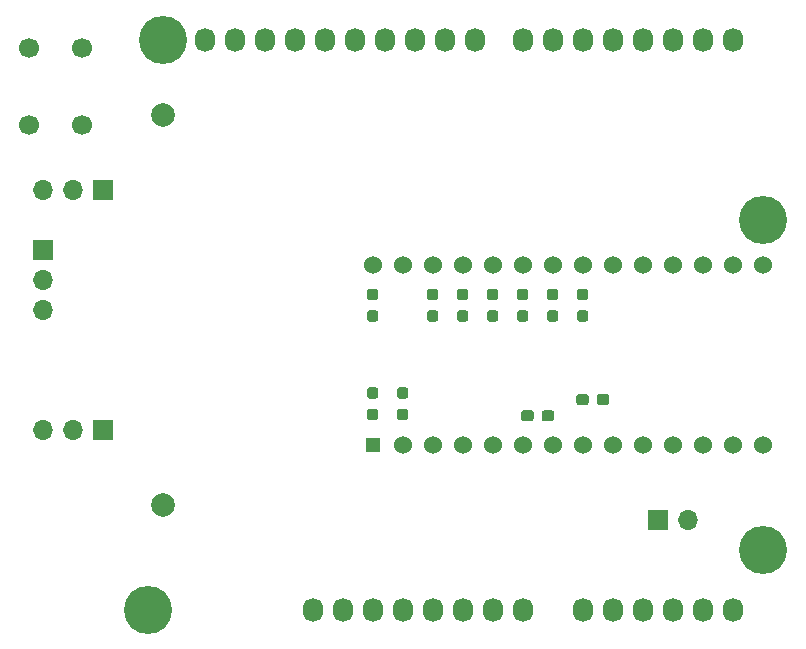
<source format=gbs>
G04 #@! TF.GenerationSoftware,KiCad,Pcbnew,5.1.12-84ad8e8a86~92~ubuntu20.04.1*
G04 #@! TF.CreationDate,2022-02-09T05:50:52+09:00*
G04 #@! TF.ProjectId,Akashi-09,416b6173-6869-42d3-9039-2e6b69636164,rev?*
G04 #@! TF.SameCoordinates,Original*
G04 #@! TF.FileFunction,Soldermask,Bot*
G04 #@! TF.FilePolarity,Negative*
%FSLAX46Y46*%
G04 Gerber Fmt 4.6, Leading zero omitted, Abs format (unit mm)*
G04 Created by KiCad (PCBNEW 5.1.12-84ad8e8a86~92~ubuntu20.04.1) date 2022-02-09 05:50:52*
%MOMM*%
%LPD*%
G01*
G04 APERTURE LIST*
%ADD10C,2.000000*%
%ADD11O,1.700000X1.700000*%
%ADD12R,1.700000X1.700000*%
%ADD13C,1.524000*%
%ADD14R,1.270000X1.270000*%
%ADD15C,1.700000*%
%ADD16O,1.727200X2.032000*%
%ADD17C,4.064000*%
G04 APERTURE END LIST*
D10*
G04 #@! TO.C,TP2*
X126238000Y-114935000D03*
G04 #@! TD*
G04 #@! TO.C,TP1*
X126238000Y-81915000D03*
G04 #@! TD*
D11*
G04 #@! TO.C,J2*
X116078000Y-98425000D03*
X116078000Y-95885000D03*
D12*
X116078000Y-93345000D03*
G04 #@! TD*
D13*
G04 #@! TO.C,J1*
X144018000Y-94615000D03*
X146558000Y-94615000D03*
X149098000Y-94615000D03*
X151638000Y-94615000D03*
X154178000Y-94615000D03*
X156718000Y-94615000D03*
X159258000Y-94615000D03*
X161798000Y-94615000D03*
X164338000Y-94615000D03*
X166878000Y-94615000D03*
X169418000Y-94615000D03*
X171958000Y-94615000D03*
X174498000Y-94615000D03*
X177038000Y-94615000D03*
X177038000Y-109855000D03*
X174498000Y-109855000D03*
X171958000Y-109855000D03*
X169418000Y-109855000D03*
X166878000Y-109855000D03*
X164338000Y-109855000D03*
X161798000Y-109855000D03*
X159258000Y-109855000D03*
X156718000Y-109855000D03*
X154178000Y-109855000D03*
X151638000Y-109855000D03*
X149098000Y-109855000D03*
X146558000Y-109855000D03*
D14*
X144018000Y-109855000D03*
G04 #@! TD*
D11*
G04 #@! TO.C,JP3*
X170688000Y-116205000D03*
D12*
X168148000Y-116205000D03*
G04 #@! TD*
D15*
G04 #@! TO.C,SW1*
X119448000Y-76315000D03*
X119448000Y-82815000D03*
X114948000Y-76315000D03*
X114948000Y-82815000D03*
G04 #@! TD*
D11*
G04 #@! TO.C,JP2*
X116078000Y-88265000D03*
X118618000Y-88265000D03*
D12*
X121158000Y-88265000D03*
G04 #@! TD*
D11*
G04 #@! TO.C,JP1*
X116078000Y-108585000D03*
X118618000Y-108585000D03*
D12*
X121158000Y-108585000D03*
G04 #@! TD*
G04 #@! TO.C,C2*
G36*
G01*
X157670500Y-107187500D02*
X157670500Y-107662500D01*
G75*
G02*
X157433000Y-107900000I-237500J0D01*
G01*
X156833000Y-107900000D01*
G75*
G02*
X156595500Y-107662500I0J237500D01*
G01*
X156595500Y-107187500D01*
G75*
G02*
X156833000Y-106950000I237500J0D01*
G01*
X157433000Y-106950000D01*
G75*
G02*
X157670500Y-107187500I0J-237500D01*
G01*
G37*
G36*
G01*
X159395500Y-107187500D02*
X159395500Y-107662500D01*
G75*
G02*
X159158000Y-107900000I-237500J0D01*
G01*
X158558000Y-107900000D01*
G75*
G02*
X158320500Y-107662500I0J237500D01*
G01*
X158320500Y-107187500D01*
G75*
G02*
X158558000Y-106950000I237500J0D01*
G01*
X159158000Y-106950000D01*
G75*
G02*
X159395500Y-107187500I0J-237500D01*
G01*
G37*
G04 #@! TD*
G04 #@! TO.C,C1*
G36*
G01*
X162985500Y-106282500D02*
X162985500Y-105807500D01*
G75*
G02*
X163223000Y-105570000I237500J0D01*
G01*
X163823000Y-105570000D01*
G75*
G02*
X164060500Y-105807500I0J-237500D01*
G01*
X164060500Y-106282500D01*
G75*
G02*
X163823000Y-106520000I-237500J0D01*
G01*
X163223000Y-106520000D01*
G75*
G02*
X162985500Y-106282500I0J237500D01*
G01*
G37*
G36*
G01*
X161260500Y-106282500D02*
X161260500Y-105807500D01*
G75*
G02*
X161498000Y-105570000I237500J0D01*
G01*
X162098000Y-105570000D01*
G75*
G02*
X162335500Y-105807500I0J-237500D01*
G01*
X162335500Y-106282500D01*
G75*
G02*
X162098000Y-106520000I-237500J0D01*
G01*
X161498000Y-106520000D01*
G75*
G02*
X161260500Y-106282500I0J237500D01*
G01*
G37*
G04 #@! TD*
G04 #@! TO.C,R1*
G36*
G01*
X146795500Y-105977500D02*
X146320500Y-105977500D01*
G75*
G02*
X146083000Y-105740000I0J237500D01*
G01*
X146083000Y-105240000D01*
G75*
G02*
X146320500Y-105002500I237500J0D01*
G01*
X146795500Y-105002500D01*
G75*
G02*
X147033000Y-105240000I0J-237500D01*
G01*
X147033000Y-105740000D01*
G75*
G02*
X146795500Y-105977500I-237500J0D01*
G01*
G37*
G36*
G01*
X146795500Y-107802500D02*
X146320500Y-107802500D01*
G75*
G02*
X146083000Y-107565000I0J237500D01*
G01*
X146083000Y-107065000D01*
G75*
G02*
X146320500Y-106827500I237500J0D01*
G01*
X146795500Y-106827500D01*
G75*
G02*
X147033000Y-107065000I0J-237500D01*
G01*
X147033000Y-107565000D01*
G75*
G02*
X146795500Y-107802500I-237500J0D01*
G01*
G37*
G04 #@! TD*
G04 #@! TO.C,R2*
G36*
G01*
X144255500Y-105977500D02*
X143780500Y-105977500D01*
G75*
G02*
X143543000Y-105740000I0J237500D01*
G01*
X143543000Y-105240000D01*
G75*
G02*
X143780500Y-105002500I237500J0D01*
G01*
X144255500Y-105002500D01*
G75*
G02*
X144493000Y-105240000I0J-237500D01*
G01*
X144493000Y-105740000D01*
G75*
G02*
X144255500Y-105977500I-237500J0D01*
G01*
G37*
G36*
G01*
X144255500Y-107802500D02*
X143780500Y-107802500D01*
G75*
G02*
X143543000Y-107565000I0J237500D01*
G01*
X143543000Y-107065000D01*
G75*
G02*
X143780500Y-106827500I237500J0D01*
G01*
X144255500Y-106827500D01*
G75*
G02*
X144493000Y-107065000I0J-237500D01*
G01*
X144493000Y-107565000D01*
G75*
G02*
X144255500Y-107802500I-237500J0D01*
G01*
G37*
G04 #@! TD*
G04 #@! TO.C,R9*
G36*
G01*
X161560500Y-98492500D02*
X162035500Y-98492500D01*
G75*
G02*
X162273000Y-98730000I0J-237500D01*
G01*
X162273000Y-99230000D01*
G75*
G02*
X162035500Y-99467500I-237500J0D01*
G01*
X161560500Y-99467500D01*
G75*
G02*
X161323000Y-99230000I0J237500D01*
G01*
X161323000Y-98730000D01*
G75*
G02*
X161560500Y-98492500I237500J0D01*
G01*
G37*
G36*
G01*
X161560500Y-96667500D02*
X162035500Y-96667500D01*
G75*
G02*
X162273000Y-96905000I0J-237500D01*
G01*
X162273000Y-97405000D01*
G75*
G02*
X162035500Y-97642500I-237500J0D01*
G01*
X161560500Y-97642500D01*
G75*
G02*
X161323000Y-97405000I0J237500D01*
G01*
X161323000Y-96905000D01*
G75*
G02*
X161560500Y-96667500I237500J0D01*
G01*
G37*
G04 #@! TD*
G04 #@! TO.C,R8*
G36*
G01*
X159020500Y-98492500D02*
X159495500Y-98492500D01*
G75*
G02*
X159733000Y-98730000I0J-237500D01*
G01*
X159733000Y-99230000D01*
G75*
G02*
X159495500Y-99467500I-237500J0D01*
G01*
X159020500Y-99467500D01*
G75*
G02*
X158783000Y-99230000I0J237500D01*
G01*
X158783000Y-98730000D01*
G75*
G02*
X159020500Y-98492500I237500J0D01*
G01*
G37*
G36*
G01*
X159020500Y-96667500D02*
X159495500Y-96667500D01*
G75*
G02*
X159733000Y-96905000I0J-237500D01*
G01*
X159733000Y-97405000D01*
G75*
G02*
X159495500Y-97642500I-237500J0D01*
G01*
X159020500Y-97642500D01*
G75*
G02*
X158783000Y-97405000I0J237500D01*
G01*
X158783000Y-96905000D01*
G75*
G02*
X159020500Y-96667500I237500J0D01*
G01*
G37*
G04 #@! TD*
G04 #@! TO.C,R7*
G36*
G01*
X156480500Y-98492500D02*
X156955500Y-98492500D01*
G75*
G02*
X157193000Y-98730000I0J-237500D01*
G01*
X157193000Y-99230000D01*
G75*
G02*
X156955500Y-99467500I-237500J0D01*
G01*
X156480500Y-99467500D01*
G75*
G02*
X156243000Y-99230000I0J237500D01*
G01*
X156243000Y-98730000D01*
G75*
G02*
X156480500Y-98492500I237500J0D01*
G01*
G37*
G36*
G01*
X156480500Y-96667500D02*
X156955500Y-96667500D01*
G75*
G02*
X157193000Y-96905000I0J-237500D01*
G01*
X157193000Y-97405000D01*
G75*
G02*
X156955500Y-97642500I-237500J0D01*
G01*
X156480500Y-97642500D01*
G75*
G02*
X156243000Y-97405000I0J237500D01*
G01*
X156243000Y-96905000D01*
G75*
G02*
X156480500Y-96667500I237500J0D01*
G01*
G37*
G04 #@! TD*
G04 #@! TO.C,R6*
G36*
G01*
X153940500Y-98492500D02*
X154415500Y-98492500D01*
G75*
G02*
X154653000Y-98730000I0J-237500D01*
G01*
X154653000Y-99230000D01*
G75*
G02*
X154415500Y-99467500I-237500J0D01*
G01*
X153940500Y-99467500D01*
G75*
G02*
X153703000Y-99230000I0J237500D01*
G01*
X153703000Y-98730000D01*
G75*
G02*
X153940500Y-98492500I237500J0D01*
G01*
G37*
G36*
G01*
X153940500Y-96667500D02*
X154415500Y-96667500D01*
G75*
G02*
X154653000Y-96905000I0J-237500D01*
G01*
X154653000Y-97405000D01*
G75*
G02*
X154415500Y-97642500I-237500J0D01*
G01*
X153940500Y-97642500D01*
G75*
G02*
X153703000Y-97405000I0J237500D01*
G01*
X153703000Y-96905000D01*
G75*
G02*
X153940500Y-96667500I237500J0D01*
G01*
G37*
G04 #@! TD*
G04 #@! TO.C,R5*
G36*
G01*
X151400500Y-98492500D02*
X151875500Y-98492500D01*
G75*
G02*
X152113000Y-98730000I0J-237500D01*
G01*
X152113000Y-99230000D01*
G75*
G02*
X151875500Y-99467500I-237500J0D01*
G01*
X151400500Y-99467500D01*
G75*
G02*
X151163000Y-99230000I0J237500D01*
G01*
X151163000Y-98730000D01*
G75*
G02*
X151400500Y-98492500I237500J0D01*
G01*
G37*
G36*
G01*
X151400500Y-96667500D02*
X151875500Y-96667500D01*
G75*
G02*
X152113000Y-96905000I0J-237500D01*
G01*
X152113000Y-97405000D01*
G75*
G02*
X151875500Y-97642500I-237500J0D01*
G01*
X151400500Y-97642500D01*
G75*
G02*
X151163000Y-97405000I0J237500D01*
G01*
X151163000Y-96905000D01*
G75*
G02*
X151400500Y-96667500I237500J0D01*
G01*
G37*
G04 #@! TD*
G04 #@! TO.C,R4*
G36*
G01*
X148860500Y-98492500D02*
X149335500Y-98492500D01*
G75*
G02*
X149573000Y-98730000I0J-237500D01*
G01*
X149573000Y-99230000D01*
G75*
G02*
X149335500Y-99467500I-237500J0D01*
G01*
X148860500Y-99467500D01*
G75*
G02*
X148623000Y-99230000I0J237500D01*
G01*
X148623000Y-98730000D01*
G75*
G02*
X148860500Y-98492500I237500J0D01*
G01*
G37*
G36*
G01*
X148860500Y-96667500D02*
X149335500Y-96667500D01*
G75*
G02*
X149573000Y-96905000I0J-237500D01*
G01*
X149573000Y-97405000D01*
G75*
G02*
X149335500Y-97642500I-237500J0D01*
G01*
X148860500Y-97642500D01*
G75*
G02*
X148623000Y-97405000I0J237500D01*
G01*
X148623000Y-96905000D01*
G75*
G02*
X148860500Y-96667500I237500J0D01*
G01*
G37*
G04 #@! TD*
G04 #@! TO.C,R3*
G36*
G01*
X143780500Y-98492500D02*
X144255500Y-98492500D01*
G75*
G02*
X144493000Y-98730000I0J-237500D01*
G01*
X144493000Y-99230000D01*
G75*
G02*
X144255500Y-99467500I-237500J0D01*
G01*
X143780500Y-99467500D01*
G75*
G02*
X143543000Y-99230000I0J237500D01*
G01*
X143543000Y-98730000D01*
G75*
G02*
X143780500Y-98492500I237500J0D01*
G01*
G37*
G36*
G01*
X143780500Y-96667500D02*
X144255500Y-96667500D01*
G75*
G02*
X144493000Y-96905000I0J-237500D01*
G01*
X144493000Y-97405000D01*
G75*
G02*
X144255500Y-97642500I-237500J0D01*
G01*
X143780500Y-97642500D01*
G75*
G02*
X143543000Y-97405000I0J237500D01*
G01*
X143543000Y-96905000D01*
G75*
G02*
X143780500Y-96667500I237500J0D01*
G01*
G37*
G04 #@! TD*
D16*
G04 #@! TO.C,P1*
X138938000Y-123825000D03*
X141478000Y-123825000D03*
X144018000Y-123825000D03*
X146558000Y-123825000D03*
X149098000Y-123825000D03*
X151638000Y-123825000D03*
X154178000Y-123825000D03*
X156718000Y-123825000D03*
G04 #@! TD*
G04 #@! TO.C,P2*
X161798000Y-123825000D03*
X164338000Y-123825000D03*
X166878000Y-123825000D03*
X169418000Y-123825000D03*
X171958000Y-123825000D03*
X174498000Y-123825000D03*
G04 #@! TD*
G04 #@! TO.C,P3*
X129794000Y-75565000D03*
X132334000Y-75565000D03*
X134874000Y-75565000D03*
X137414000Y-75565000D03*
X139954000Y-75565000D03*
X142494000Y-75565000D03*
X145034000Y-75565000D03*
X147574000Y-75565000D03*
X150114000Y-75565000D03*
X152654000Y-75565000D03*
G04 #@! TD*
G04 #@! TO.C,P4*
X156718000Y-75565000D03*
X159258000Y-75565000D03*
X161798000Y-75565000D03*
X164338000Y-75565000D03*
X166878000Y-75565000D03*
X169418000Y-75565000D03*
X171958000Y-75565000D03*
X174498000Y-75565000D03*
G04 #@! TD*
D17*
G04 #@! TO.C,P5*
X124968000Y-123825000D03*
G04 #@! TD*
G04 #@! TO.C,P6*
X177038000Y-118745000D03*
G04 #@! TD*
G04 #@! TO.C,P7*
X126238000Y-75565000D03*
G04 #@! TD*
G04 #@! TO.C,P8*
X177038000Y-90805000D03*
G04 #@! TD*
M02*

</source>
